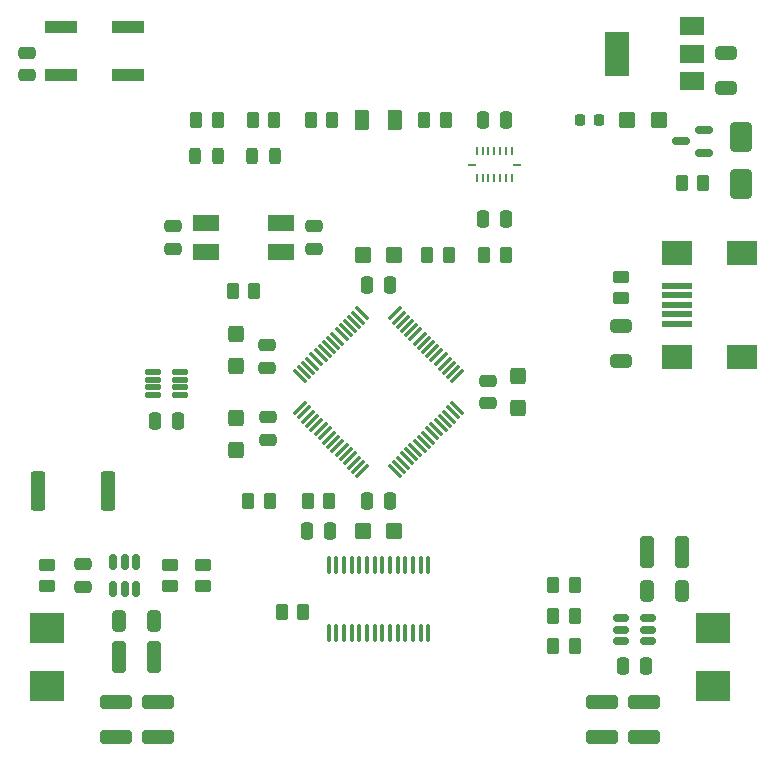
<source format=gbr>
%TF.GenerationSoftware,KiCad,Pcbnew,7.0.5*%
%TF.CreationDate,2023-12-13T15:43:58+01:00*%
%TF.ProjectId,Hexapod UGV v1.0,48657861-706f-4642-9055-47562076312e,rev?*%
%TF.SameCoordinates,Original*%
%TF.FileFunction,Paste,Top*%
%TF.FilePolarity,Positive*%
%FSLAX46Y46*%
G04 Gerber Fmt 4.6, Leading zero omitted, Abs format (unit mm)*
G04 Created by KiCad (PCBNEW 7.0.5) date 2023-12-13 15:43:58*
%MOMM*%
%LPD*%
G01*
G04 APERTURE LIST*
G04 Aperture macros list*
%AMRoundRect*
0 Rectangle with rounded corners*
0 $1 Rounding radius*
0 $2 $3 $4 $5 $6 $7 $8 $9 X,Y pos of 4 corners*
0 Add a 4 corners polygon primitive as box body*
4,1,4,$2,$3,$4,$5,$6,$7,$8,$9,$2,$3,0*
0 Add four circle primitives for the rounded corners*
1,1,$1+$1,$2,$3*
1,1,$1+$1,$4,$5*
1,1,$1+$1,$6,$7*
1,1,$1+$1,$8,$9*
0 Add four rect primitives between the rounded corners*
20,1,$1+$1,$2,$3,$4,$5,0*
20,1,$1+$1,$4,$5,$6,$7,0*
20,1,$1+$1,$6,$7,$8,$9,0*
20,1,$1+$1,$8,$9,$2,$3,0*%
G04 Aperture macros list end*
%ADD10R,0.250000X0.675000*%
%ADD11R,0.675000X0.250000*%
%ADD12RoundRect,0.125000X-0.537500X-0.125000X0.537500X-0.125000X0.537500X0.125000X-0.537500X0.125000X0*%
%ADD13RoundRect,0.250000X1.100000X-0.325000X1.100000X0.325000X-1.100000X0.325000X-1.100000X-0.325000X0*%
%ADD14R,2.500000X0.500000*%
%ADD15R,2.500000X2.000000*%
%ADD16RoundRect,0.250000X-0.262500X-0.450000X0.262500X-0.450000X0.262500X0.450000X-0.262500X0.450000X0*%
%ADD17RoundRect,0.150000X0.587500X0.150000X-0.587500X0.150000X-0.587500X-0.150000X0.587500X-0.150000X0*%
%ADD18RoundRect,0.250000X-0.375000X-0.625000X0.375000X-0.625000X0.375000X0.625000X-0.375000X0.625000X0*%
%ADD19RoundRect,0.250000X-0.475000X0.250000X-0.475000X-0.250000X0.475000X-0.250000X0.475000X0.250000X0*%
%ADD20RoundRect,0.250000X0.325000X0.650000X-0.325000X0.650000X-0.325000X-0.650000X0.325000X-0.650000X0*%
%ADD21RoundRect,0.150000X0.150000X-0.512500X0.150000X0.512500X-0.150000X0.512500X-0.150000X-0.512500X0*%
%ADD22RoundRect,0.250000X-0.650000X0.325000X-0.650000X-0.325000X0.650000X-0.325000X0.650000X0.325000X0*%
%ADD23RoundRect,0.250000X-0.250000X-0.475000X0.250000X-0.475000X0.250000X0.475000X-0.250000X0.475000X0*%
%ADD24RoundRect,0.250000X0.262500X0.450000X-0.262500X0.450000X-0.262500X-0.450000X0.262500X-0.450000X0*%
%ADD25RoundRect,0.250000X0.475000X-0.250000X0.475000X0.250000X-0.475000X0.250000X-0.475000X-0.250000X0*%
%ADD26RoundRect,0.250000X-0.425000X0.450000X-0.425000X-0.450000X0.425000X-0.450000X0.425000X0.450000X0*%
%ADD27R,3.000000X2.500000*%
%ADD28RoundRect,0.250000X-0.362500X-1.425000X0.362500X-1.425000X0.362500X1.425000X-0.362500X1.425000X0*%
%ADD29RoundRect,0.075000X-0.548008X0.441942X0.441942X-0.548008X0.548008X-0.441942X-0.441942X0.548008X0*%
%ADD30RoundRect,0.075000X-0.548008X-0.441942X-0.441942X-0.548008X0.548008X0.441942X0.441942X0.548008X0*%
%ADD31RoundRect,0.250000X-0.450000X0.262500X-0.450000X-0.262500X0.450000X-0.262500X0.450000X0.262500X0*%
%ADD32RoundRect,0.250000X0.250000X0.475000X-0.250000X0.475000X-0.250000X-0.475000X0.250000X-0.475000X0*%
%ADD33RoundRect,0.243750X-0.243750X-0.456250X0.243750X-0.456250X0.243750X0.456250X-0.243750X0.456250X0*%
%ADD34R,2.000000X1.500000*%
%ADD35R,2.000000X3.800000*%
%ADD36RoundRect,0.150000X0.512500X0.150000X-0.512500X0.150000X-0.512500X-0.150000X0.512500X-0.150000X0*%
%ADD37RoundRect,0.250000X0.325000X1.100000X-0.325000X1.100000X-0.325000X-1.100000X0.325000X-1.100000X0*%
%ADD38RoundRect,0.250000X0.450000X-0.262500X0.450000X0.262500X-0.450000X0.262500X-0.450000X-0.262500X0*%
%ADD39RoundRect,0.250000X0.425000X-0.450000X0.425000X0.450000X-0.425000X0.450000X-0.425000X-0.450000X0*%
%ADD40RoundRect,0.250000X-0.325000X-1.100000X0.325000X-1.100000X0.325000X1.100000X-0.325000X1.100000X0*%
%ADD41R,2.750000X1.000000*%
%ADD42RoundRect,0.250000X-0.650000X1.000000X-0.650000X-1.000000X0.650000X-1.000000X0.650000X1.000000X0*%
%ADD43RoundRect,0.250000X0.450000X0.425000X-0.450000X0.425000X-0.450000X-0.425000X0.450000X-0.425000X0*%
%ADD44RoundRect,0.250000X-0.450000X-0.425000X0.450000X-0.425000X0.450000X0.425000X-0.450000X0.425000X0*%
%ADD45RoundRect,0.100000X0.100000X-0.637500X0.100000X0.637500X-0.100000X0.637500X-0.100000X-0.637500X0*%
%ADD46RoundRect,0.250000X-0.325000X-0.650000X0.325000X-0.650000X0.325000X0.650000X-0.325000X0.650000X0*%
%ADD47R,2.200000X1.400000*%
%ADD48RoundRect,0.218750X0.218750X0.256250X-0.218750X0.256250X-0.218750X-0.256250X0.218750X-0.256250X0*%
G04 APERTURE END LIST*
D10*
%TO.C,IC1*%
X143806000Y-79397000D03*
X143306000Y-79397000D03*
X142806000Y-79397000D03*
X142306000Y-79397000D03*
X141806000Y-79397000D03*
X141306000Y-79397000D03*
X140806000Y-79397000D03*
D11*
X140391000Y-78232000D03*
D10*
X140806000Y-77067000D03*
X141306000Y-77067000D03*
X141806000Y-77067000D03*
X142306000Y-77067000D03*
X142806000Y-77067000D03*
X143306000Y-77067000D03*
X143806000Y-77067000D03*
D11*
X144221000Y-78232000D03*
%TD*%
D12*
%TO.C,U6*%
X113416500Y-95799000D03*
X113416500Y-96449000D03*
X113416500Y-97099000D03*
X113416500Y-97749000D03*
X115691500Y-97749000D03*
X115691500Y-97099000D03*
X115691500Y-96449000D03*
X115691500Y-95799000D03*
%TD*%
D13*
%TO.C,C21*%
X113792000Y-126697000D03*
X113792000Y-123747000D03*
%TD*%
D14*
%TO.C,J4*%
X157792000Y-91688000D03*
X157792000Y-90888000D03*
X157792000Y-90088000D03*
X157792000Y-89288000D03*
X157792000Y-88488000D03*
D15*
X157792000Y-94488000D03*
X163292000Y-94488000D03*
X157792000Y-85688000D03*
X163292000Y-85688000D03*
%TD*%
D16*
%TO.C,R9*%
X121466600Y-106680000D03*
X123291600Y-106680000D03*
%TD*%
D17*
%TO.C,Q1*%
X160020000Y-77211000D03*
X160020000Y-75311000D03*
X158145000Y-76261000D03*
%TD*%
D16*
%TO.C,R2*%
X120143500Y-88900000D03*
X121968500Y-88900000D03*
%TD*%
D18*
%TO.C,D3*%
X131100000Y-74422000D03*
X133900000Y-74422000D03*
%TD*%
D19*
%TO.C,C20*%
X107442000Y-112080000D03*
X107442000Y-113980000D03*
%TD*%
D20*
%TO.C,C18*%
X113489000Y-116840000D03*
X110539000Y-116840000D03*
%TD*%
D21*
%TO.C,U4*%
X110048000Y-114167500D03*
X110998000Y-114167500D03*
X111948000Y-114167500D03*
X111948000Y-111892500D03*
X110998000Y-111892500D03*
X110048000Y-111892500D03*
%TD*%
D16*
%TO.C,R6*%
X136605000Y-85852000D03*
X138430000Y-85852000D03*
%TD*%
D22*
%TO.C,C16*%
X161925000Y-68805000D03*
X161925000Y-71755000D03*
%TD*%
D23*
%TO.C,C30*%
X141356000Y-82804000D03*
X143256000Y-82804000D03*
%TD*%
D24*
%TO.C,R3*%
X123673000Y-74422000D03*
X121848000Y-74422000D03*
%TD*%
D25*
%TO.C,C3*%
X115062000Y-85344000D03*
X115062000Y-83444000D03*
%TD*%
D26*
%TO.C,C10*%
X144272000Y-96150000D03*
X144272000Y-98850000D03*
%TD*%
D27*
%TO.C,L2*%
X160782000Y-117438000D03*
X160782000Y-122338000D03*
%TD*%
D23*
%TO.C,C29*%
X141356000Y-74422000D03*
X143256000Y-74422000D03*
%TD*%
D28*
%TO.C,R11*%
X103666700Y-105841800D03*
X109591700Y-105841800D03*
%TD*%
D27*
%TO.C,L1*%
X104394000Y-117438000D03*
X104394000Y-122338000D03*
%TD*%
D29*
%TO.C,U2*%
X131138819Y-90835519D03*
X130785266Y-91189072D03*
X130431713Y-91542625D03*
X130078159Y-91896179D03*
X129724606Y-92249732D03*
X129371052Y-92603286D03*
X129017499Y-92956839D03*
X128663946Y-93310392D03*
X128310392Y-93663946D03*
X127956839Y-94017499D03*
X127603286Y-94371052D03*
X127249732Y-94724606D03*
X126896179Y-95078159D03*
X126542625Y-95431713D03*
X126189072Y-95785266D03*
X125835519Y-96138819D03*
D30*
X125835519Y-98861181D03*
X126189072Y-99214734D03*
X126542625Y-99568287D03*
X126896179Y-99921841D03*
X127249732Y-100275394D03*
X127603286Y-100628948D03*
X127956839Y-100982501D03*
X128310392Y-101336054D03*
X128663946Y-101689608D03*
X129017499Y-102043161D03*
X129371052Y-102396714D03*
X129724606Y-102750268D03*
X130078159Y-103103821D03*
X130431713Y-103457375D03*
X130785266Y-103810928D03*
X131138819Y-104164481D03*
D29*
X133861181Y-104164481D03*
X134214734Y-103810928D03*
X134568287Y-103457375D03*
X134921841Y-103103821D03*
X135275394Y-102750268D03*
X135628948Y-102396714D03*
X135982501Y-102043161D03*
X136336054Y-101689608D03*
X136689608Y-101336054D03*
X137043161Y-100982501D03*
X137396714Y-100628948D03*
X137750268Y-100275394D03*
X138103821Y-99921841D03*
X138457375Y-99568287D03*
X138810928Y-99214734D03*
X139164481Y-98861181D03*
D30*
X139164481Y-96138819D03*
X138810928Y-95785266D03*
X138457375Y-95431713D03*
X138103821Y-95078159D03*
X137750268Y-94724606D03*
X137396714Y-94371052D03*
X137043161Y-94017499D03*
X136689608Y-93663946D03*
X136336054Y-93310392D03*
X135982501Y-92956839D03*
X135628948Y-92603286D03*
X135275394Y-92249732D03*
X134921841Y-91896179D03*
X134568287Y-91542625D03*
X134214734Y-91189072D03*
X133861181Y-90835519D03*
%TD*%
D16*
%TO.C,R17*%
X147273000Y-116408200D03*
X149098000Y-116408200D03*
%TD*%
D31*
%TO.C,R14*%
X114808000Y-112117500D03*
X114808000Y-113942500D03*
%TD*%
D32*
%TO.C,C25*%
X155128000Y-120650000D03*
X153228000Y-120650000D03*
%TD*%
D22*
%TO.C,C13*%
X153060400Y-91870000D03*
X153060400Y-94820000D03*
%TD*%
D33*
%TO.C,D2*%
X116997000Y-77470000D03*
X118872000Y-77470000D03*
%TD*%
D32*
%TO.C,C5*%
X133450000Y-88392000D03*
X131550000Y-88392000D03*
%TD*%
D16*
%TO.C,A1*%
X124309500Y-116078000D03*
X126134500Y-116078000D03*
%TD*%
%TO.C,R16*%
X147273000Y-113792000D03*
X149098000Y-113792000D03*
%TD*%
D24*
%TO.C,R7*%
X143256000Y-85852000D03*
X141431000Y-85852000D03*
%TD*%
D23*
%TO.C,C8*%
X131550000Y-106680000D03*
X133450000Y-106680000D03*
%TD*%
D24*
%TO.C,R10*%
X128571000Y-74422000D03*
X126746000Y-74422000D03*
%TD*%
D34*
%TO.C,U3*%
X159004000Y-71134000D03*
X159004000Y-68834000D03*
D35*
X152704000Y-68834000D03*
D34*
X159004000Y-66534000D03*
%TD*%
D24*
%TO.C,R12*%
X159994600Y-79756000D03*
X158169600Y-79756000D03*
%TD*%
D36*
%TO.C,U5*%
X155315501Y-118552000D03*
X155315501Y-117602000D03*
X155315501Y-116652000D03*
X153040501Y-116652000D03*
X153040501Y-117602000D03*
X153040501Y-118552000D03*
%TD*%
D32*
%TO.C,C31*%
X126471600Y-109220000D03*
X128371600Y-109220000D03*
%TD*%
D37*
%TO.C,C17*%
X113489000Y-119888000D03*
X110539000Y-119888000D03*
%TD*%
D38*
%TO.C,R15*%
X117602000Y-113942500D03*
X117602000Y-112117500D03*
%TD*%
D39*
%TO.C,C11*%
X120396000Y-95250000D03*
X120396000Y-92550000D03*
%TD*%
D40*
%TO.C,C23*%
X155243000Y-110998000D03*
X158193000Y-110998000D03*
%TD*%
D16*
%TO.C,R18*%
X147273000Y-118999000D03*
X149098000Y-118999000D03*
%TD*%
D41*
%TO.C,SW1*%
X111333001Y-70612000D03*
X105582999Y-70612000D03*
X111333001Y-66611998D03*
X105582999Y-66611998D03*
%TD*%
D42*
%TO.C,D4*%
X163195000Y-75851000D03*
X163195000Y-79851000D03*
%TD*%
D13*
%TO.C,C27*%
X154940000Y-126697000D03*
X154940000Y-123747000D03*
%TD*%
D19*
%TO.C,C4*%
X123139200Y-99634000D03*
X123139200Y-101534000D03*
%TD*%
D25*
%TO.C,C6*%
X141732000Y-98450000D03*
X141732000Y-96550000D03*
%TD*%
D43*
%TO.C,C12*%
X133850000Y-109220000D03*
X131150000Y-109220000D03*
%TD*%
D44*
%TO.C,C19*%
X153510000Y-74422000D03*
X156210000Y-74422000D03*
%TD*%
D19*
%TO.C,C7*%
X123063000Y-93512600D03*
X123063000Y-95412600D03*
%TD*%
D24*
%TO.C,R8*%
X128334100Y-106680000D03*
X126509100Y-106680000D03*
%TD*%
D45*
%TO.C,U7*%
X128275000Y-117856000D03*
X128925000Y-117856000D03*
X129575000Y-117856000D03*
X130225000Y-117856000D03*
X130875000Y-117856000D03*
X131525000Y-117856000D03*
X132175000Y-117856000D03*
X132825000Y-117856000D03*
X133475000Y-117856000D03*
X134125000Y-117856000D03*
X134775000Y-117856000D03*
X135425000Y-117856000D03*
X136075000Y-117856000D03*
X136725000Y-117856000D03*
X136725000Y-112131000D03*
X136075000Y-112131000D03*
X135425000Y-112131000D03*
X134775000Y-112131000D03*
X134125000Y-112131000D03*
X133475000Y-112131000D03*
X132825000Y-112131000D03*
X132175000Y-112131000D03*
X131525000Y-112131000D03*
X130875000Y-112131000D03*
X130225000Y-112131000D03*
X129575000Y-112131000D03*
X128925000Y-112131000D03*
X128275000Y-112131000D03*
%TD*%
D44*
%TO.C,C9*%
X131150000Y-85852000D03*
X133850000Y-85852000D03*
%TD*%
D46*
%TO.C,C24*%
X155243000Y-114300000D03*
X158193000Y-114300000D03*
%TD*%
D16*
%TO.C,R1*%
X136351000Y-74422000D03*
X138176000Y-74422000D03*
%TD*%
D25*
%TO.C,C1*%
X102743000Y-70673000D03*
X102743000Y-68773000D03*
%TD*%
D31*
%TO.C,R13*%
X104394000Y-112117500D03*
X104394000Y-113942500D03*
%TD*%
D24*
%TO.C,R4*%
X118872000Y-74422000D03*
X117047000Y-74422000D03*
%TD*%
D33*
%TO.C,D1*%
X121823000Y-77470000D03*
X123698000Y-77470000D03*
%TD*%
D25*
%TO.C,C2*%
X127000000Y-85344000D03*
X127000000Y-83444000D03*
%TD*%
D32*
%TO.C,C28*%
X115504000Y-99948500D03*
X113604000Y-99948500D03*
%TD*%
D39*
%TO.C,C14*%
X120396000Y-102416600D03*
X120396000Y-99716600D03*
%TD*%
D31*
%TO.C,R5*%
X153035000Y-87708100D03*
X153035000Y-89533100D03*
%TD*%
D13*
%TO.C,C26*%
X151384000Y-126697000D03*
X151384000Y-123747000D03*
%TD*%
D47*
%TO.C,Y1*%
X124206000Y-83144000D03*
X117906000Y-83144000D03*
X117906000Y-85644000D03*
X124206000Y-85644000D03*
%TD*%
D13*
%TO.C,C22*%
X110236000Y-126697000D03*
X110236000Y-123747000D03*
%TD*%
D48*
%TO.C,FB1*%
X151155500Y-74422000D03*
X149580500Y-74422000D03*
%TD*%
M02*

</source>
